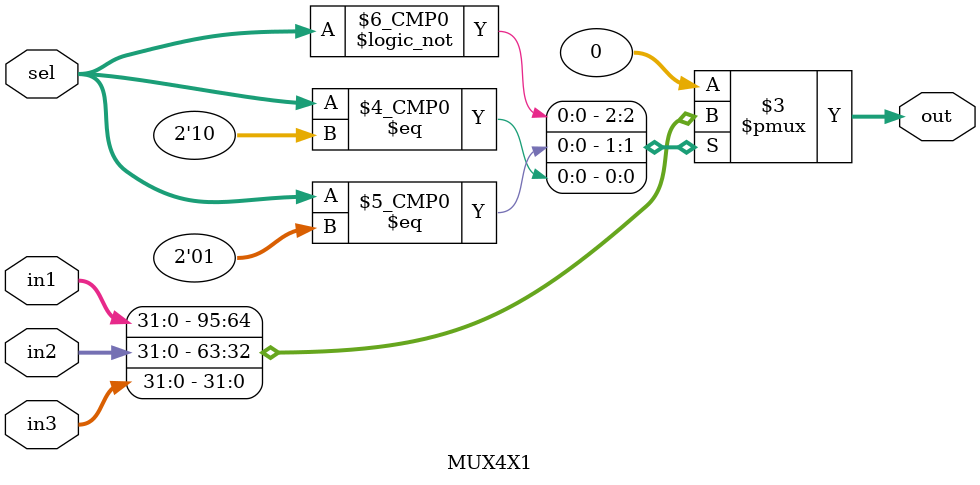
<source format=v>
module MUX4X1 #(
    parameter WIDTH = 32
) (
    output reg  [WIDTH-1:0] out, 
    input  wire [WIDTH-1:0] in1, in2, in3,
    input  wire [1:0]       sel
);

always @(*)
    begin
        case (sel)
            2'b00   : out = in1;
            2'b01   : out = in2;
            2'b10   : out = in3;
            default : out = {(WIDTH){1'b0}};
        endcase
    end
endmodule
</source>
